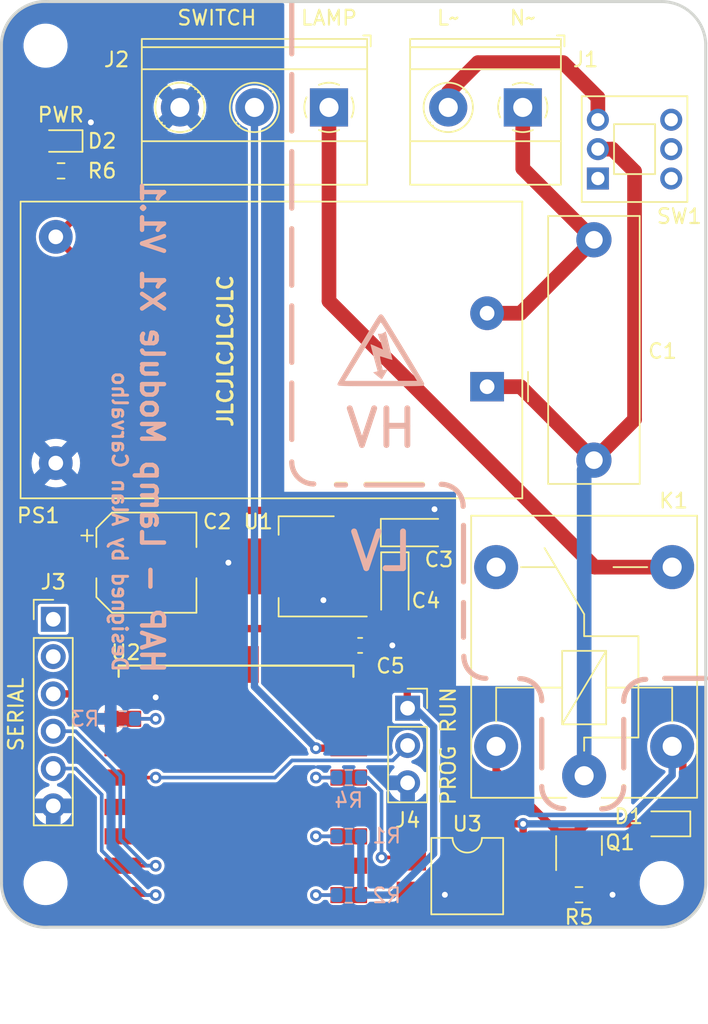
<source format=kicad_pcb>
(kicad_pcb (version 20221018) (generator pcbnew)
  (title_block (title "Lamp Module X1") (date "2024-05-02") (rev "1.1") (company "Alan Carvalho"))
  (layers (0 "F.Cu" signal) (31 "B.Cu" signal) (34 "B.Paste" user) (35 "F.Paste" user) (36 "B.SilkS" user "B.Silkscreen") (37 "F.SilkS" user "F.Silkscreen") (38 "B.Mask" user) (39 "F.Mask" user) (44 "Edge.Cuts" user))
  (net 0 "")
  (net 1 "LINE")
  (net 2 "NEUT")
  (net 3 "+12V")
  (net 4 "GND")
  (net 5 "+3.3V")
  (net 6 "SWITCH")
  (net 7 "Net-(D1-A)")
  (net 8 "Net-(D2-A)")
  (net 10 "LAMP")
  (net 11 "Net-(J1-Pin_2)")
  (net 14 "TX")
  (net 15 "RX")
  (net 17 "RELAY")
  (net 18 "Net-(Q1-G)")
  (net 19 "Net-(U2-CH_PD)")
  (net 20 "Net-(U2-REST)")
  (net 21 "Net-(U2-GPIO15)")
  (net 22 "FLASH")
  (net 24 "Net-(R4-Pad1)")
  (footprint "Capacitor_SMD:C_0603_1608Metric" (layer "F.Cu") (at 152.999 94.742)
    (fp_text reference "C5" (at 2.068 1.397) (layer "F.SilkS"))
    (fp_text value "0.1uF" hide)
    (pad "1" smd roundrect (at -0.775 0) (size 0.9 0.95) (layers "F.Cu" "F.Paste" "F.Mask") (net 5 "+3.3V"))
    (pad "2" smd roundrect (at 0.775 0) (size 0.9 0.95) (layers "F.Cu" "F.Paste" "F.Mask") (net 4 "GND"))
  )
  (footprint "Package_TO_SOT_SMD:SOT-23" (layer "F.Cu") (at 167.918 108.3673 90)
    (fp_text reference "Q1" (at 0.208 2.794) (layer "F.SilkS"))
    (fp_text value "2N7002H" hide)
    (pad "1" smd roundrect (at -0.9375 -0.95 90) (size 1.475 0.6) (layers "F.Cu" "F.Paste" "F.Mask") (net 18 "Net-(Q1-G)"))
    (pad "2" smd roundrect (at -0.9375 0.95 90) (size 1.475 0.6) (layers "F.Cu" "F.Paste" "F.Mask") (net 4 "GND"))
    (pad "3" smd roundrect (at 0.9375 0 90) (size 1.475 0.6) (layers "F.Cu" "F.Paste" "F.Mask") (net 7 "Net-(D1-A)"))
  )
  (footprint "MountingHole:MountingHole_2.5mm" (layer "F.Cu") (at 131.554001 53.918154 90)
    (fp_text reference "REF**" hide)
    (fp_text value "MountingHole_2.5mm" hide)
    (pad "" np_thru_hole circle (at 0 0 90) (size 2.5 2.5) (drill 2.5) (layers "F&B.Cu" "*.Mask"))
  )
  (footprint "Diode_SMD:D_SOD-323F" (layer "F.Cu") (at 173.8955 106.8893 180)
    (fp_text reference "D1" (at 2.592 0.508) (layer "F.SilkS"))
    (fp_text value "1N4148" hide)
    (pad "1" smd roundrect (at -1.1 0 180) (size 0.5 0.5) (layers "F.Cu" "F.Paste" "F.Mask") (net 3 "+12V"))
    (pad "2" smd roundrect (at 1.1 0 180) (size 0.5 0.5) (layers "F.Cu" "F.Paste" "F.Mask") (net 7 "Net-(D1-A)"))
  )
  (footprint "Connector_PinSocket_2.54mm:PinSocket_1x03_P2.54mm_Vertical" (layer "F.Cu") (at 156.234 99.0153)
    (fp_text reference "J4" (at 0 7.62) (layer "F.SilkS"))
    (fp_text value "Conn_01x03_Socket" hide)
    (fp_text user "RUN" (at 2.769 0.127 90 unlocked) (layer "F.SilkS"))
    (fp_text user "PROG" (at 2.769 4.572 90 unlocked) (layer "F.SilkS"))
    (pad "1" thru_hole rect (at 0 0) (size 1.7 1.7) (drill 1) (layers "*.Cu" "*.Mask") (net 5 "+3.3V"))
    (pad "2" thru_hole oval (at 0 2.54) (size 1.7 1.7) (drill 1) (layers "*.Cu" "*.Mask") (net 22 "FLASH"))
    (pad "3" thru_hole oval (at 0 5.08) (size 1.7 1.7) (drill 1) (layers "*.Cu" "*.Mask") (net 4 "GND"))
  )
  (footprint "MountingHole:MountingHole_2.5mm" (layer "F.Cu") (at 173.554 110.918153 -90)
    (fp_text reference "REF**" hide)
    (fp_text value "MountingHole_2.5mm" hide)
    (pad "" np_thru_hole circle (at 0 0 270) (size 2.5 2.5) (drill 2.5) (layers "F&B.Cu" "*.Mask"))
  )
  (footprint "LED_SMD:LED_0603_1608Metric" (layer "F.Cu") (at 132.592 60.4073 180)
    (fp_text reference "D2" (at -2.814 0 180) (layer "F.SilkS"))
    (fp_text value "LED" hide)
    (fp_text user "PWR" (at 0 1.778 unlocked) (layer "F.SilkS"))
    (pad "1" smd roundrect (at -0.7875 0 180) (size 0.875 0.95) (layers "F.Cu" "F.Paste" "F.Mask") (net 4 "GND"))
    (pad "2" smd roundrect (at 0.7875 0 180) (size 0.875 0.95) (layers "F.Cu" "F.Paste" "F.Mask") (net 8 "Net-(D2-A)"))
  )
  (footprint "Relay_THT:Relay_SPDT_Finder_36.11" (layer "F.Cu") (at 168.268 103.6133 90)
    (fp_text reference "K1" (at 18.718 6.096) (layer "F.SilkS"))
    (fp_text value "12V 5A" hide)
    (pad "11" thru_hole circle (at 0 0 90) (size 3 3) (drill 1.3) (layers "*.Cu" "*.Mask") (net 1 "LINE"))
    (pad "12" thru_hole circle (at 14.2 -6 90) (size 3 3) (drill 1.3) (layers "*.Cu" "*.Mask"))
    (pad "14" thru_hole circle (at 14.2 6 90) (size 3 3) (drill 1.3) (layers "*.Cu" "*.Mask") (net 10 "LAMP"))
    (pad "A1" thru_hole circle (at 2 6 90) (size 3 3) (drill 1.3) (layers "*.Cu" "*.Mask") (net 3 "+12V"))
    (pad "A2" thru_hole circle (at 2 -6 90) (size 3 3) (drill 1.3) (layers "*.Cu" "*.Mask") (net 7 "Net-(D1-A)"))
  )
  (footprint "TerminalBlock_Phoenix:TerminalBlock_Phoenix_MKDS-1,5-3-5.08_1x03_P5.08mm_Horizontal" (layer "F.Cu") (at 150.876 58.1213 180)
    (fp_text reference "J2" (at 14.478 3.2573) (layer "F.SilkS"))
    (fp_text value "Screw_Terminal_01x03" hide)
    (fp_text user "SWITCH" (at 7.644 6.096 unlocked) (layer "F.SilkS"))
    (fp_text user "LAMP" (at 0 6.096 unlocked) (layer "F.SilkS"))
    (pad "1" thru_hole rect (at 0 0 180) (size 2.6 2.6) (drill 1.3) (layers "*.Cu" "*.Mask") (net 10 "LAMP"))
    (pad "2" thru_hole circle (at 5.08 0 180) (size 2.6 2.6) (drill 1.3) (layers "*.Cu" "*.Mask") (net 6 "SWITCH"))
    (pad "3" thru_hole circle (at 10.16 0 180) (size 2.6 2.6) (drill 1.3) (layers "*.Cu" "*.Mask") (net 4 "GND"))
  )
  (footprint "Connector_PinHeader_2.54mm:PinHeader_1x06_P2.54mm_Vertical" (layer "F.Cu") (at 132.08 92.964)
    (fp_text reference "J3" (at 0 -2.54) (layer "F.SilkS"))
    (fp_text value "Conn_01x06_Socket" hide)
    (fp_text user "SERIAL" (at -2.54 6.477 90 unlocked) (layer "F.SilkS"))
    (pad "1" thru_hole rect (at 0 0) (size 1.7 1.7) (drill 1) (layers "*.Cu" "*.Mask"))
    (pad "2" thru_hole oval (at 0 2.54) (size 1.7 1.7) (drill 1) (layers "*.Cu" "*.Mask"))
    (pad "3" thru_hole oval (at 0 5.08) (size 1.7 1.7) (drill 1) (layers "*.Cu" "*.Mask") (net 5 "+3.3V"))
    (pad "4" thru_hole oval (at 0 7.62) (size 1.7 1.7) (drill 1) (layers "*.Cu" "*.Mask") (net 14 "TX"))
    (pad "5" thru_hole oval (at 0 10.16) (size 1.7 1.7) (drill 1) (layers "*.Cu" "*.Mask") (net 15 "RX"))
    (pad "6" thru_hole oval (at 0 12.7) (size 1.7 1.7) (drill 1) (layers "*.Cu" "*.Mask") (net 4 "GND"))
  )
  (footprint "TerminalBlock_Phoenix:TerminalBlock_Phoenix_MKDS-1,5-2-5.08_1x02_P5.08mm_Horizontal" (layer "F.Cu") (at 164.084 58.1213 180)
    (fp_text reference "J1" (at -4.286 3.2573) (layer "F.SilkS"))
    (fp_text value "Screw_Terminal_01x02" hide)
    (fp_text user "L~" (at 5.08 6.096 unlocked) (layer "F.SilkS"))
    (fp_text user "N~" (at 0 6.096 unlocked) (layer "F.SilkS"))
    (pad "1" thru_hole rect (at 0 0 180) (size 2.6 2.6) (drill 1.3) (layers "*.Cu" "*.Mask") (net 2 "NEUT"))
    (pad "2" thru_hole circle (at 5.08 0 180) (size 2.6 2.6) (drill 1.3) (layers "*.Cu" "*.Mask") (net 11 "Net-(J1-Pin_2)"))
  )
  (footprint "Package_TO_SOT_SMD:SOT-223-3_TabPin2" (layer "F.Cu") (at 149.352 89.3633 180)
    (fp_text reference "U1" (at 3.302001 3.048) (layer "F.SilkS"))
    (fp_text value "AMS1117-3.3" hide)
    (pad "1" smd rect (at -3.15 -2.3 180) (size 2 1.5) (layers "F.Cu" "F.Paste" "F.Mask") (net 4 "GND"))
    (pad "2" smd rect (at -3.15 0 180) (size 2 1.5) (layers "F.Cu" "F.Paste" "F.Mask") (net 5 "+3.3V"))
    (pad "2" smd rect (at 3.15 0 180) (size 2 3.8) (layers "F.Cu" "F.Paste" "F.Mask") (net 5 "+3.3V"))
    (pad "3" smd rect (at -3.15 2.3 180) (size 2 1.5) (layers "F.Cu" "F.Paste" "F.Mask") (net 3 "+12V"))
  )
  (footprint "Resistor_SMD:R_0603_1608Metric" (layer "F.Cu") (at 167.918 111.7153)
    (fp_text reference "R5" (at 0 1.524 180) (layer "F.SilkS"))
    (fp_text value "10k" hide)
    (pad "1" smd roundrect (at -0.825 0) (size 0.8 0.95) (layers "F.Cu" "F.Paste" "F.Mask") (net 18 "Net-(Q1-G)"))
    (pad "2" smd roundrect (at 0.825 0) (size 0.8 0.95) (layers "F.Cu" "F.Paste" "F.Mask") (net 4 "GND"))
  )
  (footprint "Capacitor_Tantalum_SMD:CP_EIA-3216-18_Kemet-A" (layer "F.Cu") (at 155.368 90.7133 -90)
    (fp_text reference "C4" (at 0.9807 -2.112 -180) (layer "F.SilkS"))
    (fp_text value "10uF" hide)
    (pad "1" smd roundrect (at -1.35 0 270) (size 1.4 1.35) (layers "F.Cu" "F.Paste" "F.Mask") (roundrect_rratio 0.1851851852) (net 5 "+3.3V"))
    (pad "2" smd roundrect (at 1.35 0 270) (size 1.4 1.35) (layers "F.Cu" "F.Paste" "F.Mask") (roundrect_rratio 0.1851851852) (net 4 "GND"))
  )
  (footprint "ESP8266:ESP-12E_SMD" (layer "F.Cu") (at 151.524 111.7388 180)
    (fp_text reference "U2" (at 14.493 16.524 180) (layer "F.SilkS"))
    (fp_text value "ESP-12E" hide)
    (pad "1" smd rect (at 0 0 180) (size 2.5 1.1) (drill (offset -0.7 0)) (layers "F.Cu" "F.Paste" "F.Mask") (net 20 "Net-(U2-REST)"))
    (pad "2" smd rect (at 0 2 180) (size 2.5 1.1) (drill (offset -0.7 0)) (layers "F.Cu" "F.Paste" "F.Mask"))
    (pad "3" smd rect (at 0 4 180) (size 2.5 1.1) (drill (offset -0.7 0)) (layers "F.Cu" "F.Paste" "F.Mask") (net 19 "Net-(U2-CH_PD)"))
    (pad "4" smd rect (at 0 6 180) (size 2.5 1.1) (drill (offset -0.7 0)) (layers "F.Cu" "F.Paste" "F.Mask"))
    (pad "5" smd rect (at 0 8 180) (size 2.5 1.1) (drill (offset -0.7 0)) (layers "F.Cu" "F.Paste" "F.Mask") (net 17 "RELAY"))
    (pad "6" smd rect (at 0 10 180) (size 2.5 1.1) (drill (offset -0.7 0)) (layers "F.Cu" "F.Paste" "F.Mask") (net 6 "SWITCH"))
    (pad "7" smd rect (at 0 12 180) (size 2.5 1.1) (drill (offset -0.7 0)) (layers "F.Cu" "F.Paste" "F.Mask"))
    (pad "8" smd rect (at 0 14 180) (size 2.5 1.1) (drill (offset -0.7 0)) (layers "F.Cu" "F.Paste" "F.Mask") (net 5 "+3.3V"))
    (pad "9" smd rect (at 14 14 180) (size 2.5 1.1) (drill (offset 0.7 0)) (layers "F.Cu" "F.Paste" "F.Mask") (net 4 "GND"))
    (pad "10" smd rect (at 14 12 180) (size 2.5 1.1) (drill (offset 0.7 0)) (layers "F.Cu" "F.Paste" "F.Mask") (net 21 "Net-(U2-GPIO15)"))
    (pad "11" smd rect (at 14 10 180) (size 2.5 1.1) (drill (offset 0.7 0)) (layers "F.Cu" "F.Paste" "F.Mask"))
    (pad "12" smd rect (at 14 8 180) (size 2.5 1.1) (drill (offset 0.7 0)) (layers "F.Cu" "F.Paste" "F.Mask") (net 22 "FLASH"))
    (pad "13" smd rect (at 14 6 180) (size 2.5 1.1) (drill (offset 0.7 0)) (layers "F.Cu" "F.Paste" "F.Mask"))
    (pad "14" smd rect (at 14 4 180) (size 2.5 1.1) (drill (offset 0.7 0)) (layers "F.Cu" "F.Paste" "F.Mask"))
    (pad "15" smd rect (at 14 2 180) (size 2.5 1.1) (drill (offset 0.7 0)) (layers "F.Cu" "F.Paste" "F.Mask") (net 14 "TX"))
    (pad "16" smd rect (at 14 0 180) (size 2.5 1.1) (drill (offset 0.7 0)) (layers "F.Cu" "F.Paste" "F.Mask") (net 15 "RX"))
    (pad "17" smd rect (at 1.99 15 270) (size 2.5 1.1) (drill (offset -0.7 0)) (layers "F.Cu" "F.Paste" "F.Mask"))
    (pad "18" smd rect (at 3.99 15 270) (size 2.5 1.1) (drill (offset -0.7 0)) (layers "F.Cu" "F.Paste" "F.Mask"))
    (pad "19" smd rect (at 5.99 15 270) (size 2.5 1.1) (drill (offset -0.7 0)) (layers "F.Cu" "F.Paste" "F.Mask"))
    (pad "20" smd rect (at 7.99 15 270) (size 2.5 1.1) (drill (offset -0.7 0)) (layers "F.Cu" "F.Paste" "F.Mask"))
    (pad "21" smd rect (at 9.99 15 270) (size 2.5 1.1) (drill (offset -0.7 0)) (layers "F.Cu" "F.Paste" "F.Mask"))
    (pad "22" smd rect (at 11.99 15 270) (size 2.5 1.1) (drill (offset -0.7 0)) (layers "F.Cu" "F.Paste" "F.Mask"))
  )
  (footprint "Capacitor_THT:C_Rect_L18.0mm_W6.0mm_P15.00mm_FKS3_FKP3" (layer "F.Cu") (at 168.934 82.1313 90)
    (fp_text reference "C1" (at 7.42 4.674) (layer "F.SilkS"))
    (fp_text value "0.1uF" hide)
    (pad "1" thru_hole circle (at 0 0 90) (size 2.4 2.4) (drill 1.2) (layers "*.Cu" "*.Mask") (net 1 "LINE"))
    (pad "2" thru_hole circle (at 15 0 90) (size 2.4 2.4) (drill 1.2) (layers "*.Cu" "*.Mask") (net 2 "NEUT"))
  )
  (footprint "Package_DIP:SMDIP-4_W7.62mm" (layer "F.Cu") (at 160.298 110.4453)
    (fp_text reference "U3" (at 0 -3.556 180) (layer "F.SilkS"))
    (fp_text value "PC817" hide)
    (pad "1" smd rect (at -3.81 -1.27) (size 2 1.78) (layers "F.Cu" "F.Paste" "F.Mask") (net 24 "Net-(R4-Pad1)"))
    (pad "2" smd rect (at -3.81 1.27) (size 2 1.78) (layers "F.Cu" "F.Paste" "F.Mask") (net 4 "GND"))
    (pad "3" smd rect (at 3.81 1.27) (size 2 1.78) (layers "F.Cu" "F.Paste" "F.Mask") (net 18 "Net-(Q1-G)"))
    (pad "4" smd rect (at 3.81 -1.27) (size 2 1.78) (layers "F.Cu" "F.Paste" "F.Mask") (net 3 "+12V"))
  )
  (footprint "Converter_ACDC:Converter_ACDC_HiLink_HLK-PMxx" (layer "F.Cu") (at 161.6525 77.1313 180)
    (fp_text reference "PS1" (at 30.5965 -8.772) (layer "F.SilkS"))
    (fp_text value "HLK-PM12" hide)
    (pad "1" thru_hole rect (at 0 0 180) (size 2.3 2) (drill 1) (layers "*.Cu" "*.Mask") (net 1 "LINE"))
    (pad "2" thru_hole circle (at 0 5 180) (size 2.3 2.3) (drill 1) (layers "*.Cu" "*.Mask") (net 2 "NEUT"))
    (pad "3" thru_hole circle (at 29.4 -5.2 180) (size 2.3 2.3) (drill 1) (layers "*.Cu" "*.Mask") (net 4 "GND"))
    (pad "4" thru_hole circle (at 29.4 10.2 180) (size 2.3 2.3) (drill 1) (layers "*.Cu" "*.Mask") (net 3 "+12V"))
  )
  (footprint "Capacitor_Tantalum_SMD:CP_EIA-3216-18_Kemet-A" (layer "F.Cu") (at 156.718 87.063301)
    (fp_text reference "C3" (at 1.651 1.836699) (layer "F.SilkS"))
    (fp_text value "10uF" hide)
    (pad "1" smd roundrect (at -1.35 0) (size 1.4 1.35) (layers "F.Cu" "F.Paste" "F.Mask") (roundrect_rratio 0.1851851852) (net 3 "+12V"))
    (pad "2" smd roundrect (at 1.35 0) (size 1.4 1.35) (layers "F.Cu" "F.Paste" "F.Mask") (roundrect_rratio 0.1851851852) (net 4 "GND"))
  )
  (footprint "MountingHole:MountingHole_2.5mm" (layer "F.Cu") (at 131.554001 110.918154 90)
    (fp_text reference "REF**" hide)
    (fp_text value "MountingHole_2.5mm" hide)
    (pad "" np_thru_hole circle (at 0 0 90) (size 2.5 2.5) (drill 2.5) (layers "*.Cu" "*.Mask"))
  )
  (footprint "MountingHole:MountingHole_2.5mm" (layer "F.Cu") (at 173.553999 53.918154 -90)
    (fp_text reference "REF**" hide)
    (fp_text value "MountingHole_2.5mm" hide)
    (pad "" np_thru_hole circle (at 0 0 270) (size 2.5 2.5) (drill 2.5) (layers "F&B.Cu" "*.Mask"))
  )
  (footprint "Capacitor_SMD:CP_Elec_6.3x7.7" (layer "F.Cu") (at 138.43 89.1093)
    (fp_text reference "C2" (at 4.826 -2.794) (layer "F.SilkS"))
    (fp_text value "100uF" hide)
    (pad "1" smd roundrect (at -2.7 0) (size 3.5 1.6) (layers "F.Cu" "F.Paste" "F.Mask") (roundrect_rratio 0.15625) (net 3 "+12V"))
    (pad "2" smd roundrect (at 2.7 0) (size 3.5 1.6) (layers "F.Cu" "F.Paste" "F.Mask") (roundrect_rratio 0.15625) (net 4 "GND"))
  )
  (footprint "Resistor_SMD:R_0603_1608Metric" (layer "F.Cu") (at 132.612 62.4393)
    (fp_text reference "R6" (at 2.794 0) (layer "F.SilkS"))
    (fp_text value "2.2k" hide)
    (pad "1" smd roundrect (at -0.825 0) (size 0.8 0.95) (layers "F.Cu" "F.Paste" "F.Mask") (net 8 "Net-(D2-A)"))
    (pad "2" smd roundrect (at 0.825 0) (size 0.8 0.95) (layers "F.Cu" "F.Paste" "F.Mask") (net 3 "+12V"))
  )
  (footprint "MyLibrary:Toggle_Switch_SelfLocking_7x7" (layer "F.Cu") (at 171.704 60.96 90)
    (fp_text reference "SW1" (at -4.572 3.048 unlocked) (layer "F.SilkS"))
    (fp_text value "SW_SPDT" hide)
    (pad "1" thru_hole rect (at -2 -2.5 90) (size 1.5 1.5) (drill 0.9) (layers "*.Cu" "*.Mask"))
    (pad "2" thru_hole circle (at 0 -2.5 90) (size 1.5 1.5) (drill 0.9) (layers "*.Cu" "*.Mask") (net 1 "LINE"))
    (pad "3" thru_hole circle (at 2 -2.5 90) (size 1.5 1.5) (drill 0.9) (layers "*.Cu" "*.Mask") (net 11 "Net-(J1-Pin_2)"))
    (pad "4" thru_hole circle (at -2 2.5 90) (size 1.5 1.5) (drill 0.9) (layers "*.Cu" "*.Mask"))
    (pad "5" thru_hole circle (at 0 2.5 90) (size 1.5 1.5) (drill 0.9) (layers "*.Cu" "*.Mask"))
    (pad "6" thru_hole circle (at 2 2.5 90) (size 1.5 1.5) (drill 0.9) (layers "*.Cu" "*.Mask"))
  )
  (footprint "Resistor_SMD:R_0603_1608Metric" (layer "B.Cu") (at 152.224 103.738805 180)
    (fp_text reference "R4" (at 0 -1.544195 180) (layer "B.SilkS") (effects (justify mirror)))
    (fp_text value "390" hide)
    (pad "1" smd roundrect (at -0.825 0 180) (size 0.8 0.95) (layers "B.Cu" "B.Paste" "B.Mask") (net 24 "Net-(R4-Pad1)"))
    (pad "2" smd roundrect (at 0.825 0 180) (size 0.8 0.95) (layers "B.Cu" "B.Paste" "B.Mask") (net 17 "RELAY"))
  )
  (footprint "Resistor_SMD:R_0603_1608Metric" (layer "B.Cu") (at 152.224 111.738804 180)
    (fp_text reference "R2" (at -2.587 -0.025498 180) (layer "B.SilkS") (effects (justify mirror)))
    (fp_text value "10k" hide)
    (pad "1" smd roundrect (at -0.825 0 180) (size 0.8 0.95) (layers "B.Cu" "B.Paste" "B.Mask") (net 5 "+3.3V"))
    (pad "2" smd roundrect (at 0.825 0 180) (size 0.8 0.95) (layers "B.Cu" "B.Paste" "B.Mask") (net 20 "Net-(U2-REST)"))
  )
  (footprint "LOGO" (layer "B.Cu") (at 154.432 74.6313 180)
    (fp_text reference "G***" hide)
    (fp_text value "LOGO" hide)
  )
  (footprint "Resistor_SMD:R_0603_1608Metric" (layer "B.Cu") (at 136.824 99.738806 180)
    (fp_text reference "R3" (at 2.587 0 180) (layer "B.SilkS") (effects (justify mirror)))
    (fp_text value "10k" hide)
    (pad "1" smd roundrect (at -0.825 0 180) (size 0.8 0.95) (layers "B.Cu" "B.Paste" "B.Mask") (net 21 "Net-(U2-GPIO15)"))
    (pad "2" smd roundrect (at 0.825 0 180) (size 0.8 0.95) (layers "B.Cu" "B.Paste" "B.Mask") (net 4 "GND"))
  )
  (footprint "Resistor_SMD:R_0603_1608Metric" (layer "B.Cu") (at 152.224 107.738807 180)
    (fp_text reference "R1" (at -2.587 0.038505 180) (layer "B.SilkS") (effects (justify mirror)))
    (fp_text value "10k" hide)
    (pad "1" smd roundrect (at -0.825 0 180) (size 0.8 0.95) (layers "B.Cu" "B.Paste" "B.Mask") (net 5 "+3.3V"))
    (pad "2" smd roundrect (at 0.825 0 180) (size 0.8 0.95) (layers "B.Cu" "B.Paste" "B.Mask") (net 19 "Net-(U2-CH_PD)"))
  )
  (gr_line (start 170.966 99.7773) (end 170.966 103.0793) (stroke (width 0.35) (type dash)) (layer "B.SilkS"))
  (gr_arc (start 149.836 83.7513) (mid 148.77534 83.31196) (end 148.336 82.2513) (stroke (width 0.35)) (layer "B.SilkS"))
  (gr_arc (start 163.878 97.0073) (mid 164.93866 97.44664) (end 165.378 98.5073) (stroke (width 0.35)) (layer "B.SilkS"))
  (gr_line (start 160.044 86.5693) (end 160.044 94.1893) (stroke (width 0.35) (type dash)) (layer "B.SilkS"))
  (gr_line (start 165.378 99.7773) (end 165.378 103.0793) (stroke (width 0.35) (type dash)) (layer "B.SilkS"))
  (gr_arc (start 161.568 96.9833) (mid 160.50734 96.54396) (end 160.068 95.4833) (stroke (width 0.35)) (layer "B.SilkS"))
  (gr_arc (start 166.878 105.8493) (mid 165.81734 105.40996) (end 165.378 104.3493) (stroke (width 0.35)) (layer "B.SilkS"))
  (gr_line (start 157.25 83.82) (end 151.384 83.82) (stroke (width 0.35) (type dash)) (layer "B.SilkS"))
  (gr_arc (start 158.52 83.7753) (mid 159.58066 84.21464) (end 160.02 85.2753) (stroke (width 0.35)) (layer "B.SilkS"))
  (gr_arc (start 170.966 104.3733) (mid 170.52666 105.43396) (end 169.466 105.8733) (stroke (width 0.35)) (layer "B.SilkS"))
  (gr_line (start 148.336 80.7273) (end 148.336 51.0093) (stroke (width 0.35) (type dash)) (layer "B.SilkS"))
  (gr_arc (start 170.966 98.551946) (mid 171.405359 97.491321) (end 172.466 97.051946) (stroke (width 0.35)) (layer "B.SilkS"))
  (gr_line (start 173.76 96.9833) (end 176.554 96.9833) (stroke (width 0.35) (type dash)) (layer "B.SilkS"))
  (gr_line (start 165.378 99.7773) (end 165.378 103.0793) (stroke (width 0.35) (type dash)) (layer "F.SilkS"))
  (gr_line (start 170.966 99.7773) (end 170.966 103.0793) (stroke (width 0.35) (type dash)) (layer "F.SilkS"))
  (gr_arc (start 161.568 96.9833) (mid 160.50734 96.54396) (end 160.068 95.4833) (stroke (width 0.35)) (layer "F.SilkS"))
  (gr_line (start 160.044 86.5693) (end 160.044 94.1893) (stroke (width 0.35) (type dash)) (layer "F.SilkS"))
  (gr_arc (start 149.836 83.7513) (mid 148.77534 83.31196) (end 148.336 82.2513) (stroke (width 0.35)) (layer "F.SilkS"))
  (gr_arc (start 166.878 105.8493) (mid 165.81734 105.40996) (end 165.378 104.3493) (stroke (width 0.35)) (layer "F.SilkS"))
  (gr_arc (start 163.878 97.0073) (mid 164.93866 97.44664) (end 165.378 98.5073) (stroke (width 0.35)) (layer "F.SilkS"))
  (gr_line (start 173.76 96.9833) (end 176.554 96.9833) (stroke (width 0.35) (type dash)) (layer "F.SilkS"))
  (gr_arc (start 158.52 83.7753) (mid 159.58066 84.21464) (end 160.02 85.2753) (stroke (width 0.35)) (layer "F.SilkS"))
  (gr_line (start 157.25 83.7753) (end 151.384 83.7753) (stroke (width 0.35) (type dash)) (layer "F.SilkS"))
  (gr_arc (start 170.966 98.551946) (mid 171.405359 97.491321) (end 172.466 97.051946) (stroke (width 0.35)) (layer "F.SilkS"))
  (gr_line (start 148.336 80.7273) (end 148.336 51.0093) (stroke (width 0.35) (type dash)) (layer "F.SilkS"))
  (gr_arc (start 170.966 104.3493) (mid 170.52666 105.40996) (end 169.466 105.8493) (stroke (width 0.35)) (layer "F.SilkS"))
  (gr_line (start 131.784 50.918154) (end 173.559033 50.918154) (stroke (width 0.2)) (layer "Edge.Cuts"))
  (gr_arc (start 131.784 113.918154) (mid 129.516051 113.12783) (end 128.554673 110.926932) (stroke (width 0.2)) (layer "Edge.Cuts"))
  (gr_line (start 128.554673 110.926932) (end 128.550245 53.743935) (stroke (width 0.2)) (layer "Edge.Cuts"))
  (gr_arc (start 173.559033 50.918154) (mid 175.618014 51.736269) (end 176.554 53.744446) (stroke (width 0.2)) (layer "Edge.Cuts"))
  (gr_arc (start 128.550245 53.743935) (mid 129.574194 51.652526) (end 131.784 50.918154) (stroke (width 0.2)) (layer "Edge.Cuts"))
  (gr_line (start 131.784 113.918154) (end 173.554 113.918154) (stroke (width 0.2)) (layer "Edge.Cuts"))
  (gr_line (start 176.554 53.744446) (end 176.554 110.918154) (stroke (width 0.2)) (layer "Edge.Cuts"))
  (gr_arc (start 176.554 110.918154) (mid 175.675331 113.039469) (end 173.554 113.918154) (stroke (width 0.2)) (layer "Edge.Cuts"))
  (gr_text "LV" (at 154.432 88.3473) (layer "B.SilkS") (effects (font (size 2.5 2.5) (thickness 0.4) bold) (justify mirror)))
  (gr_text "HV" (at 154.432 79.9653) (layer "B.SilkS") (effects (font (size 2.5 2.5) (thickness 0.4) bold) (justify mirror)))
  (gr_text "Designed by Alan Carvalho" (at 136.017 96.647 270) (layer "B.SilkS") (effects (font (size 1 1) (thickness 0.2) bold) (justify left bottom mirror)))
  (gr_text "HAP - Lamp Module X1 V1.1" (at 138.811 79.883 270) (layer "B.SilkS") (effects (font (size 1.5 1.5) (thickness 0.3) bold) (justify mirror)))
  (gr_text "JLCJLCJLCJLC" (at 144.399 79.974158 90) (layer "F.SilkS") (effects (font (size 1 1) (thickness 0.2) bold) (justify left bottom)))
  (segment (start 161.6525 77.1313) (end 163.934 77.1313) (width 1) (layer "F.Cu") (net 1))
  (segment (start 171.704 62.473025) (end 171.704 79.3613) (width 1) (layer "F.Cu") (net 1))
  (segment (start 163.934 77.1313) (end 168.934 82.1313) (width 1) (layer "F.Cu") (net 1))
  (segment (start 171.704 79.3613) (end 168.934 82.1313) (width 1) (layer "F.Cu") (net 1))
  (segment (start 169.204 60.96) (end 170.190975 60.96) (width 1) (layer "F.Cu") (net 1))
  (segment (start 170.190975 60.96) (end 171.704 62.473025) (width 1) (layer "F.Cu") (net 1))
  (segment (start 168.268 82.7973) (end 168.934 82.1313) (width 1) (layer "B.Cu") (net 1))
  (segment (start 168.268 103.6133) (end 168.268 82.7973) (width 1) (layer "B.Cu") (net 1))
  (segment (start 164.084 62.2813) (end 168.934 67.1313) (width 1) (layer "F.Cu") (net 2))
  (segment (start 161.6525 72.1313) (end 163.934 72.1313) (width 1) (layer "F.Cu") (net 2))
  (segment (start 163.934 72.1313) (end 168.934 67.1313) (width 1) (layer "F.Cu") (net 2))
  (segment (start 164.084 58.0703) (end 164.084 62.2813) (width 1) (layer "F.Cu") (net 2))
  (segment (start 174.9955 106.8893) (end 174.9955 102.3408) (width 0.5) (layer "F.Cu") (net 3))
  (segment (start 164.108 109.1753) (end 164.108 106.8893) (width 0.5) (layer "F.Cu") (net 3))
  (segment (start 132.2525 66.9313) (end 135.73 70.4088) (width 0.5) (layer "F.Cu") (net 3))
  (segment (start 133.437 65.7468) (end 132.2525 66.9313) (width 0.5) (layer "F.Cu") (net 3))
  (segment (start 135.73 89.1093) (end 139.286 85.5533) (width 0.5) (layer "F.Cu") (net 3))
  (segment (start 135.73 70.4088) (end 135.73 89.1093) (width 0.5) (layer "F.Cu") (net 3))
  (segment (start 152.502001 87.063301) (end 155.368 87.063301) (width 0.5) (layer "F.Cu") (net 3))
  (segment (start 155.368 86.28) (end 155.368 87.063301) (width 0.5) (layer "F.Cu") (net 3))
  (segment (start 162.076 106.8893) (end 159.028 103.8413) (width 0.5) (layer "F.Cu") (net 3))
  (segment (start 152.502 87.0633) (end 152.502001 87.063301) (width 0.5) (layer "F.Cu") (net 3))
  (segment (start 159.028 103.8413) (end 159.028 90.575) (width 0.5) (layer "F.Cu") (net 3))
  (segment (start 174.9955 102.3408) (end 174.268 101.6133) (width 0.5) (layer "F.Cu") (net 3))
  (segment (start 139.286 85.5533) (end 154.6413 85.5533) (width 0.5) (layer "F.Cu") (net 3))
  (segment (start 133.437 62.4393) (end 133.437 65.7468) (width 0.5) (layer "F.Cu") (net 3))
  (segment (start 155.516301 87.063301) (end 155.368 87.063301) (width 0.5) (layer "F.Cu") (net 3))
  (segment (start 154.6413 85.5533) (end 155.368 86.28) (width 0.5) (layer "F.Cu") (net 3))
  (segment (start 159.028 90.575) (end 155.516301 87.063301) (width 0.5) (layer "F.Cu") (net 3))
  (segment (start 174.9955 102.6908) (end 173.918 101.6133) (width 0.5) (layer "F.Cu") (net 3))
  (segment (start 164.108 106.8893) (end 162.076 106.8893) (width 0.5) (layer "F.Cu") (net 3))
  (via (at 164.108 106.8893) (size 0.8) (drill 0.4) (layers "F.Cu" "B.Cu") (net 3))
  (segment (start 164.108 106.8893) (end 170.966 106.8893) (width 0.5) (layer "B.Cu") (net 3))
  (segment (start 170.966 106.8893) (end 174.268 103.5873) (width 0.5) (layer "B.Cu") (net 3))
  (segment (start 174.268 103.5873) (end 174.268 101.6133) (width 0.5) (layer "B.Cu") (net 3))
  (segment (start 142.424 89.1093) (end 144.018 89.1093) (width 1) (layer "F.Cu") (net 4))
  (segment (start 154.968 91.6633) (end 155.368 92.0633) (width 0.5) (layer "F.Cu") (net 4))
  (segment (start 168.743 111.7153) (end 170.204 111.7153) (width 0.5) (layer "F.Cu") (net 4))
  (segment (start 133.3795 60.4018) (end 134.644 59.1373) (width 0.25) (layer "F.Cu") (net 4))
  (segment (start 150.495 91.663301) (end 152.502 91.6633) (width 0.5) (layer "F.Cu") (net 4))
  (segment (start 152.502 91.6633) (end 154.968 91.6633) (width 0.5) (layer "F.Cu") (net 4))
  (segment (start 133.3795 60.4073) (end 133.3795 60.4018) (width 0.25) (layer "F.Cu") (net 4))
  (segment (start 137.524 97.7388) (end 138.524997 97.7388) (width 0.25) (layer "F.Cu") (net 4))
  (segment (start 156.488 111.7153) (end 158.774 111.7153) (width 0.5) (layer "F.Cu") (net 4))
  (segment (start 155.194 94.742) (end 153.774 94.742) (width 0.5) (layer "F.Cu") (net 4))
  (segment (start 168.868 109.3048) (end 168.868 111.5903) (width 0.5) (layer "F.Cu") (net 4))
  (segment (start 138.524997 97.7388) (end 139.062999 98.276802) (width 0.25) (layer "F.Cu") (net 4))
  (segment (start 168.868 111.5903) (end 168.743 111.7153) (width 0.5) (layer "F.Cu") (net 4))
  (segment (start 158.068 85.471) (end 158.068 87.063301) (width 0.5) (layer "F.Cu") (net 4))
  (via (at 150.495 91.663301) (size 0.8) (drill 0.4) (layers "F.Cu" "B.Cu") (net 4))
  (via (at 158.774 111.7153) (size 0.8) (drill 0.4) (layers "F.Cu" "B.Cu") (net 4))
  (via (at 134.644 59.1373) (size 0.8) (drill 0.4) (layers "F.Cu" "B.Cu") (net 4))
  (via (at 158.068 85.471) (size 0.8) (drill 0.4) (layers "F.Cu" "B.Cu") (net 4))
  (via (at 155.194 94.742) (size 0.8) (drill 0.4) (layers "F.Cu" "B.Cu") (net 4))
  (via (at 170.204 111.7153) (size 0.8) (drill 0.4) (layers "F.Cu" "B.Cu") (net 4))
  (via (at 144.018 89.1093) (size 0.8) (drill 0.4) (layers "F.Cu" "B.Cu") (net 4))
  (via (at 139.062999 98.276802) (size 0.8) (drill 0.4) (layers "F.Cu" "B.Cu") (net 4))
  (segment (start 152.502 89.3633) (end 155.368 89.3633) (width 0.5) (layer "F.Cu") (net 5))
  (segment (start 152.224 94.312) (end 151.511 93.599) (width 0.5) (layer "F.Cu") (net 5))
  (segment (start 152.224 94.742) (end 152.224 94.312) (width 0.5) (layer "F.Cu") (net 5))
  (segment (start 152.224 94.156) (end 152.781 93.599) (width 0.5) (layer "F.Cu") (net 5))
  (segment (start 152.224 97.0388) (end 151.524 97.7388) (width 0.5) (layer "F.Cu") (net 5))
  (segment (start 152.781 93.599) (end 156.718 93.599) (width 0.5) (layer "F.Cu") (net 5))
  (segment (start 156.234 99.0153) (end 156.21 98.9913) (width 0.5) (layer "F.Cu") (net 5))
  (segment (start 152.224 94.742) (end 152.224 94.156) (width 0.5) (layer "F.Cu") (net 5))
  (segment (start 156.845 93.726) (end 156.845 90.17) (width 0.5) (layer "F.Cu") (net 5))
  (segment (start 146.202 89.3633) (end 152.502 89.3633) (width 0.5) (layer "F.Cu") (net 5))
  (segment (start 151.511 93.599) (end 137.7743 93.599) (width 0.5) (layer "F.Cu") (net 5))
  (segment (start 156.718 93.599) (end 156.845 93.726) (width 0.5) (layer "F.Cu") (net 5))
  (segment (start 133.3293 98.044) (end 132.08 98.044) (width 0.5) (layer "F.Cu") (net 5))
  (segment (start 156.21 94.361) (end 156.845 93.726) (width 0.5) (layer "F.Cu") (net 5))
  (segment (start 137.7743 93.599) (end 133.3293 98.044) (width 0.5) (layer "F.Cu") (net 5))
  (segment (start 152.224 94.742) (end 152.224 97.0388) (width 0.5) (layer "F.Cu") (net 5))
  (segment (start 156.0383 89.3633) (end 155.368 89.3633) (width 0.5) (layer "F.Cu") (net 5))
  (segment (start 156.845 90.17) (end 156.0383 89.3633) (width 0.5) (layer "F.Cu") (net 5))
  (segment (start 156.21 98.9913) (end 156.21 94.361) (width 0.5) (layer "F.Cu") (net 5))
  (segment (start 153.049 107.738807) (end 153.049 111.738804) (width 0.5) (layer "B.Cu") (net 5))
  (segment (start 158.012 100.2853) (end 156.742 99.0153) (width 0.5) (layer "B.Cu") (net 5))
  (segment (start 156.742 99.0153) (end 156.234 99.0153) (width 0.5) (layer "B.Cu") (net 5))
  (segment (start 158.012 108.9213) (end 158.012 100.2853) (width 0.5) (layer "B.Cu") (net 5))
  (segment (start 153.049 111.738804) (end 155.194496 111.738804) (width 0.5) (layer "B.Cu") (net 5))
  (segment (start 155.194496 111.738804) (end 158.012 108.9213) (width 0.5) (layer "B.Cu") (net 5))
  (segment (start 149.985 101.738802) (end 151.524 101.738801) (width 0.5) (layer "F.Cu") (net 6))
  (via (at 149.985 101.738802) (size 0.8) (drill 0.4) (layers "F.Cu" "B.Cu") (net 6))
  (segment (start 149.985 101.738802) (end 145.796 97.549802) (width 0.5) (layer "B.Cu") (net 6))
  (segment (start 145.796 97.549802) (end 145.796 58.1213) (width 0.5) (layer "B.Cu") (net 6))
  (segment (start 162.268 103.2713) (end 162.268 101.6133) (width 0.5) (layer "F.Cu") (net 7))
  (segment (start 166.4265 107.4298) (end 162.268 103.2713) (width 0.5) (layer "F.Cu") (net 7))
  (segment (start 167.918 107.4298) (end 168.4585 106.8893) (width 0.5) (layer "F.Cu") (net 7))
  (segment (start 168.4585 106.8893) (end 172.7955 106.8893) (width 0.5) (layer "F.Cu") (net 7))
  (segment (start 167.918 107.4298) (end 166.4265 107.4298) (width 0.5) (layer "F.Cu") (net 7))
  (segment (start 131.8045 62.4218) (end 131.787 62.4393) (width 0.25) (layer "F.Cu") (net 8))
  (segment (start 131.8045 60.4073) (end 131.8045 62.4218) (width 0.25) (layer "F.Cu") (net 8))
  (segment (start 173.918 89.4133) (end 168.984 89.4133) (width 1) (layer "F.Cu") (net 10))
  (segment (start 150.876 71.3053) (end 150.876 58.1213) (width 1) (layer "F.Cu") (net 10))
  (segment (start 168.984 89.4133) (end 150.876 71.3053) (width 1) (layer "F.Cu") (net 10))
  (segment (start 159.004 58.1213) (end 159.004 57.1003) (width 1) (layer "F.Cu") (net 11))
  (segment (start 166.8333 55.0733) (end 169.204 57.444) (width 1) (layer "F.Cu") (net 11))
  (segment (start 161.031 55.0733) (end 166.8333 55.0733) (width 1) (layer "F.Cu") (net 11))
  (segment (start 159.004 57.1003) (end 161.031 55.0733) (width 1) (layer "F.Cu") (net 11))
  (segment (start 169.204 57.444) (end 169.204 58.96) (width 1) (layer "F.Cu") (net 11))
  (segment (start 139.062996 109.7388) (end 139.062999 109.738803) (width 0.25) (layer "F.Cu") (net 14))
  (segment (start 137.524 109.7388) (end 139.062996 109.7388) (width 0.25) (layer "F.Cu") (net 14))
  (via (at 139.062999 109.738803) (size 0.8) (drill 0.4) (layers "F.Cu" "B.Cu") (net 14))
  (segment (start 139.062999 109.738803) (end 138.440803 109.738803) (width 0.25) (layer "B.Cu") (net 14))
  (segment (start 133.604 100.584) (end 132.08 100.584) (width 0.25) (layer "B.Cu") (net 14))
  (segment (start 138.440803 109.738803) (end 136.652 107.95) (width 0.25) (layer "B.Cu") (net 14))
  (segment (start 136.652 103.632) (end 133.604 100.584) (width 0.25) (layer "B.Cu") (net 14))
  (segment (start 136.652 107.95) (end 136.652 103.632) (width 0.25) (layer "B.Cu") (net 14))
  (segment (start 137.524 111.7388) (end 139.062999 111.7388) (width 0.25) (layer "F.Cu") (net 15))
  (via (at 139.062999 111.7388) (size 0.8) (drill 0.4) (layers "F.Cu" "B.Cu") (net 15))
  (segment (start 135.382 108.712) (end 135.382 104.902) (width 0.25) (layer "B.Cu") (net 15))
  (segment (start 139.062999 111.7388) (end 138.4088 111.7388) (width 0.25) (layer "B.Cu") (net 15))
  (segment (start 135.382 104.902) (end 133.604 103.124) (width 0.25) (layer "B.Cu") (net 15))
  (segment (start 133.604 103.124) (end 132.08 103.124) (width 0.25) (layer "B.Cu") (net 15))
  (segment (start 138.4088 111.7388) (end 135.382 108.712) (width 0.25) (layer "B.Cu") (net 15))
  (segment (start 151.524 103.738802) (end 149.985001 103.738802) (width 0.25) (layer "F.Cu") (net 17))
  (via (at 149.985001 103.738802) (size 0.8) (drill 0.4) (layers "F.Cu" "B.Cu") (net 17))
  (segment (start 149.985003 103.738805) (end 149.985001 103.738802) (width 0.25) (layer "B.Cu") (net 17))
  (segment (start 151.399001 103.738805) (end 149.985003 103.738805) (width 0.25) (layer "B.Cu") (net 17))
  (segment (start 166.968 109.3048) (end 166.968 111.5903) (width 0.5) (layer "F.Cu") (net 18))
  (segment (start 166.968 111.5903) (end 167.093 111.7153) (width 0.5) (layer "F.Cu") (net 18))
  (segment (start 164.108 111.7153) (end 167.093 111.7153) (width 0.5) (layer "F.Cu") (net 18))
  (segment (start 149.985005 107.738802) (end 149.985001 107.738807) (width 0.25) (layer "F.Cu") (net 19))
  (segment (start 151.524 107.738802) (end 149.985005 107.738802) (width 0.25) (layer "F.Cu") (net 19))
  (via (at 149.985001 107.738807) (size 0.8) (drill 0.4) (layers "F.Cu" "B.Cu") (net 19))
  (segment (start 151.399 107.738805) (end 149.985001 107.738807) (width 0.25) (layer "B.Cu") (net 19))
  (segment (start 151.524 111.7388) (end 149.985003 111.738802) (width 0.25) (layer "F.Cu") (net 20))
  (segment (start 149.985003 111.738802) (end 149.985001 111.738804) (width 0.25) (layer "F.Cu") (net 20))
  (via (at 149.985001 111.738804) (size 0.8) (drill 0.4) (layers "F.Cu" "B.Cu") (net 20))
  (segment (start 151.399001 111.738804) (end 149.985001 111.738804) (width 0.25) (layer "B.Cu") (net 20))
  (segment (start 137.524003 99.738806) (end 137.524 99.738802) (width 0.25) (layer "F.Cu") (net 21))
  (segment (start 139.062999 99.738806) (end 137.524003 99.738806) (width 0.25) (layer "F.Cu") (net 21))
  (via (at 139.062999 99.738806) (size 0.8) (drill 0.4) (layers "F.Cu" "B.Cu") (net 21))
  (segment (start 137.648999 99.738806) (end 139.062999 99.738806) (width 0.25) (layer "B.Cu") (net 21))
  (segment (start 139.062999 103.738802) (end 137.524 103.738802) (width 0.25) (layer "F.Cu") (net 22))
  (via (at 139.062999 103.738802) (size 0.8) (drill 0.4) (layers "F.Cu" "B.Cu") (net 22))
  (segment (start 155.218 102.5713) (end 156.234 101.5553) (width 0.25) (layer "B.Cu") (net 22))
  (segment (start 147.192498 103.738802) (end 148.36 102.5713) (width 0.25) (layer "B.Cu") (net 22))
  (segment (start 139.062999 103.738802) (end 147.192498 103.738802) (width 0.25) (layer "B.Cu") (net 22))
  (segment (start 148.36 102.5713) (end 155.218 102.5713) (width 0.25) (layer "B.Cu") (net 22))
  (segment (start 156.488 109.1753) (end 154.456 109.1753) (width 0.25) (layer "F.Cu") (net 24))
  (via (at 154.456 109.1753) (size 0.8) (drill 0.4) (layers "F.Cu" "B.Cu") (net 24))
  (segment (start 153.049 103.738805) (end 153.522805 103.738805) (width 0.25) (layer "B.Cu") (net 24))
  (segment (start 153.522805 103.738805) (end 154.456 104.672) (width 0.25) (layer "B.Cu") (net 24))
  (segment (start 154.456 104.672) (end 154.456 109.1753) (width 0.25) (layer "B.Cu") (net 24))
  (zone (net 4) (net_name "GND") (layer "B.Cu") (connect_pads (clearance 0)) (min_thickness 0.25) (fill yes (thermal_gap 0.5) (thermal_bridge_width 1))
    (polygon (pts (xy 128.548 51.0093) (xy 147.828 51.0093) (xy 147.828 84.2833) (xy 159.536 84.2833) (xy 159.536 97.4913) (xy 164.87 97.4913) (xy 164.87 106.1273) (xy 171.474 106.1273) (xy 171.474 97.4913) (xy 176.554 97.4913) (xy 176.554 114.0013) (xy 128.548 114.0013)))
  )
)
</source>
